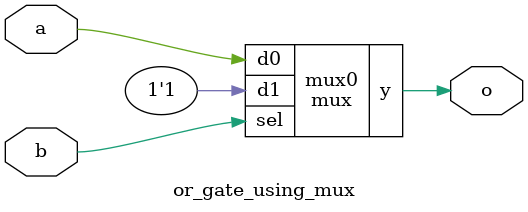
<source format=sv>

module mux
(
  input  d0, d1,
  input  sel,
  output y
);

  assign y = sel ? d1 : d0;

endmodule

//----------------------------------------------------------------------------
// Task
//----------------------------------------------------------------------------

module or_gate_using_mux
(
    input  a,
    input  b,
    output o
);

  // Task:

  // Implement or gate using instance(s) of mux,
  // constants 0 and 1, and wire connections

    mux mux0 (.d0(a), .d1(1'b1), .sel(b), .y(o));


endmodule

</source>
